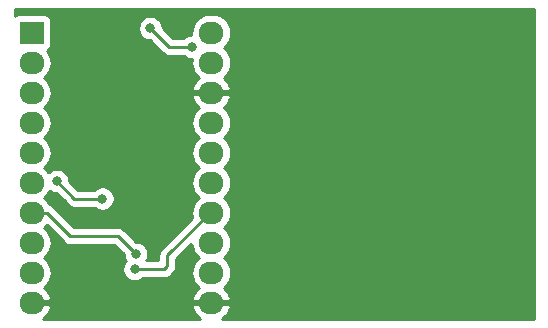
<source format=gbr>
G04 #@! TF.GenerationSoftware,KiCad,Pcbnew,(5.1.5)-3*
G04 #@! TF.CreationDate,2020-05-14T10:30:24-04:00*
G04 #@! TF.ProjectId,ble_mvp_1A-rev2,626c655f-6d76-4705-9f31-412d72657632,rev?*
G04 #@! TF.SameCoordinates,Original*
G04 #@! TF.FileFunction,Copper,L2,Bot*
G04 #@! TF.FilePolarity,Positive*
%FSLAX46Y46*%
G04 Gerber Fmt 4.6, Leading zero omitted, Abs format (unit mm)*
G04 Created by KiCad (PCBNEW (5.1.5)-3) date 2020-05-14 10:30:24*
%MOMM*%
%LPD*%
G04 APERTURE LIST*
%ADD10R,2.100000X1.900000*%
%ADD11O,2.100000X1.900000*%
%ADD12C,0.800000*%
%ADD13C,0.250000*%
%ADD14C,0.254000*%
G04 APERTURE END LIST*
D10*
X126796800Y-79133700D03*
D11*
X142006800Y-79133700D03*
X126796800Y-81673700D03*
X142006800Y-81673700D03*
X126796800Y-84213700D03*
X142006800Y-84213700D03*
X126796800Y-86753700D03*
X142006800Y-86753700D03*
X126796800Y-89293700D03*
X142006800Y-89293700D03*
X126796800Y-91833700D03*
X142006800Y-91833700D03*
X126796800Y-94373700D03*
X142006800Y-94373700D03*
X126796800Y-96913700D03*
X142006800Y-96913700D03*
X126796800Y-99453700D03*
X142006800Y-99453700D03*
X126796800Y-101993700D03*
X142006800Y-101993700D03*
D12*
X161269680Y-90561160D03*
X151394160Y-90490040D03*
X137513700Y-85249900D03*
X131927600Y-80151480D03*
X129438400Y-93557600D03*
X135001000Y-89372440D03*
X129519680Y-77718920D03*
X148239480Y-83728560D03*
X168843960Y-95214440D03*
X166608760Y-86375240D03*
X140345160Y-80319880D03*
X136850120Y-78740000D03*
X135519160Y-99151440D03*
X135625840Y-97856040D03*
X132804462Y-93180121D03*
X128935480Y-91698320D03*
D13*
X140345160Y-80319880D02*
X138430000Y-80319880D01*
X138430000Y-80319880D02*
X136850120Y-78740000D01*
X138303000Y-98887280D02*
X138038840Y-99151440D01*
X138303000Y-97977500D02*
X138303000Y-98887280D01*
X142006800Y-94373700D02*
X141906800Y-94373700D01*
X138038840Y-99151440D02*
X135519160Y-99151440D01*
X141906800Y-94373700D02*
X138303000Y-97977500D01*
X130080540Y-96357440D02*
X128096800Y-94373700D01*
X135625840Y-97856040D02*
X134127240Y-96357440D01*
X128096800Y-94373700D02*
X126796800Y-94373700D01*
X134127240Y-96357440D02*
X130080540Y-96357440D01*
X130417281Y-93180121D02*
X132804462Y-93180121D01*
X128935480Y-91698320D02*
X130417281Y-93180121D01*
D14*
G36*
X169340001Y-103340000D02*
G01*
X142937872Y-103340000D01*
X142957417Y-103330105D01*
X143201792Y-103138479D01*
X143404087Y-102902860D01*
X143556528Y-102632303D01*
X143647386Y-102366288D01*
X143527384Y-102120700D01*
X142133800Y-102120700D01*
X142133800Y-102140700D01*
X141879800Y-102140700D01*
X141879800Y-102120700D01*
X140486216Y-102120700D01*
X140366214Y-102366288D01*
X140457072Y-102632303D01*
X140609513Y-102902860D01*
X140811808Y-103138479D01*
X141056183Y-103330105D01*
X141075728Y-103340000D01*
X127727872Y-103340000D01*
X127747417Y-103330105D01*
X127991792Y-103138479D01*
X128194087Y-102902860D01*
X128346528Y-102632303D01*
X128437386Y-102366288D01*
X128317384Y-102120700D01*
X126923800Y-102120700D01*
X126923800Y-102140700D01*
X126669800Y-102140700D01*
X126669800Y-102120700D01*
X126649800Y-102120700D01*
X126649800Y-101866700D01*
X126669800Y-101866700D01*
X126669800Y-101846700D01*
X126923800Y-101846700D01*
X126923800Y-101866700D01*
X128317384Y-101866700D01*
X128437386Y-101621112D01*
X128346528Y-101355097D01*
X128194087Y-101084540D01*
X127991792Y-100848921D01*
X127840104Y-100729975D01*
X128022987Y-100579887D01*
X128221056Y-100338539D01*
X128368234Y-100063188D01*
X128458866Y-99764414D01*
X128489469Y-99453700D01*
X128458866Y-99142986D01*
X128368234Y-98844212D01*
X128221056Y-98568861D01*
X128022987Y-98327513D01*
X127847750Y-98183700D01*
X128022987Y-98039887D01*
X128221056Y-97798539D01*
X128368234Y-97523188D01*
X128458866Y-97224414D01*
X128489469Y-96913700D01*
X128458866Y-96602986D01*
X128368234Y-96304212D01*
X128221056Y-96028861D01*
X128022987Y-95787513D01*
X127847750Y-95643700D01*
X128022987Y-95499887D01*
X128079421Y-95431122D01*
X129516740Y-96868442D01*
X129540539Y-96897441D01*
X129569537Y-96921239D01*
X129656263Y-96992414D01*
X129788293Y-97062986D01*
X129931554Y-97106443D01*
X130043207Y-97117440D01*
X130043217Y-97117440D01*
X130080539Y-97121116D01*
X130117862Y-97117440D01*
X133812439Y-97117440D01*
X134590840Y-97895842D01*
X134590840Y-97957979D01*
X134630614Y-98157938D01*
X134708635Y-98346296D01*
X134769501Y-98437388D01*
X134715223Y-98491666D01*
X134601955Y-98661184D01*
X134523934Y-98849542D01*
X134484160Y-99049501D01*
X134484160Y-99253379D01*
X134523934Y-99453338D01*
X134601955Y-99641696D01*
X134715223Y-99811214D01*
X134859386Y-99955377D01*
X135028904Y-100068645D01*
X135217262Y-100146666D01*
X135417221Y-100186440D01*
X135621099Y-100186440D01*
X135821058Y-100146666D01*
X136009416Y-100068645D01*
X136178934Y-99955377D01*
X136222871Y-99911440D01*
X138001518Y-99911440D01*
X138038840Y-99915116D01*
X138076162Y-99911440D01*
X138076173Y-99911440D01*
X138187826Y-99900443D01*
X138331087Y-99856986D01*
X138463116Y-99786414D01*
X138578841Y-99691441D01*
X138602644Y-99662437D01*
X138813997Y-99451084D01*
X138843001Y-99427281D01*
X138937974Y-99311556D01*
X139008546Y-99179527D01*
X139052003Y-99036266D01*
X139063000Y-98924613D01*
X139063000Y-98924605D01*
X139066676Y-98887280D01*
X139063000Y-98849955D01*
X139063000Y-98292301D01*
X140325560Y-97029741D01*
X140344734Y-97224414D01*
X140435366Y-97523188D01*
X140582544Y-97798539D01*
X140780613Y-98039887D01*
X140955850Y-98183700D01*
X140780613Y-98327513D01*
X140582544Y-98568861D01*
X140435366Y-98844212D01*
X140344734Y-99142986D01*
X140314131Y-99453700D01*
X140344734Y-99764414D01*
X140435366Y-100063188D01*
X140582544Y-100338539D01*
X140780613Y-100579887D01*
X140963496Y-100729975D01*
X140811808Y-100848921D01*
X140609513Y-101084540D01*
X140457072Y-101355097D01*
X140366214Y-101621112D01*
X140486216Y-101866700D01*
X141879800Y-101866700D01*
X141879800Y-101846700D01*
X142133800Y-101846700D01*
X142133800Y-101866700D01*
X143527384Y-101866700D01*
X143647386Y-101621112D01*
X143556528Y-101355097D01*
X143404087Y-101084540D01*
X143201792Y-100848921D01*
X143050104Y-100729975D01*
X143232987Y-100579887D01*
X143431056Y-100338539D01*
X143578234Y-100063188D01*
X143668866Y-99764414D01*
X143699469Y-99453700D01*
X143668866Y-99142986D01*
X143578234Y-98844212D01*
X143431056Y-98568861D01*
X143232987Y-98327513D01*
X143057750Y-98183700D01*
X143232987Y-98039887D01*
X143431056Y-97798539D01*
X143578234Y-97523188D01*
X143668866Y-97224414D01*
X143699469Y-96913700D01*
X143668866Y-96602986D01*
X143578234Y-96304212D01*
X143431056Y-96028861D01*
X143232987Y-95787513D01*
X143057750Y-95643700D01*
X143232987Y-95499887D01*
X143431056Y-95258539D01*
X143578234Y-94983188D01*
X143668866Y-94684414D01*
X143699469Y-94373700D01*
X143668866Y-94062986D01*
X143578234Y-93764212D01*
X143431056Y-93488861D01*
X143232987Y-93247513D01*
X143057750Y-93103700D01*
X143232987Y-92959887D01*
X143431056Y-92718539D01*
X143578234Y-92443188D01*
X143668866Y-92144414D01*
X143699469Y-91833700D01*
X143668866Y-91522986D01*
X143578234Y-91224212D01*
X143431056Y-90948861D01*
X143232987Y-90707513D01*
X143057750Y-90563700D01*
X143232987Y-90419887D01*
X143431056Y-90178539D01*
X143578234Y-89903188D01*
X143668866Y-89604414D01*
X143699469Y-89293700D01*
X143668866Y-88982986D01*
X143578234Y-88684212D01*
X143431056Y-88408861D01*
X143232987Y-88167513D01*
X143057750Y-88023700D01*
X143232987Y-87879887D01*
X143431056Y-87638539D01*
X143578234Y-87363188D01*
X143668866Y-87064414D01*
X143699469Y-86753700D01*
X143668866Y-86442986D01*
X143578234Y-86144212D01*
X143431056Y-85868861D01*
X143232987Y-85627513D01*
X143050104Y-85477425D01*
X143201792Y-85358479D01*
X143404087Y-85122860D01*
X143556528Y-84852303D01*
X143647386Y-84586288D01*
X143527384Y-84340700D01*
X142133800Y-84340700D01*
X142133800Y-84360700D01*
X141879800Y-84360700D01*
X141879800Y-84340700D01*
X140486216Y-84340700D01*
X140366214Y-84586288D01*
X140457072Y-84852303D01*
X140609513Y-85122860D01*
X140811808Y-85358479D01*
X140963496Y-85477425D01*
X140780613Y-85627513D01*
X140582544Y-85868861D01*
X140435366Y-86144212D01*
X140344734Y-86442986D01*
X140314131Y-86753700D01*
X140344734Y-87064414D01*
X140435366Y-87363188D01*
X140582544Y-87638539D01*
X140780613Y-87879887D01*
X140955850Y-88023700D01*
X140780613Y-88167513D01*
X140582544Y-88408861D01*
X140435366Y-88684212D01*
X140344734Y-88982986D01*
X140314131Y-89293700D01*
X140344734Y-89604414D01*
X140435366Y-89903188D01*
X140582544Y-90178539D01*
X140780613Y-90419887D01*
X140955850Y-90563700D01*
X140780613Y-90707513D01*
X140582544Y-90948861D01*
X140435366Y-91224212D01*
X140344734Y-91522986D01*
X140314131Y-91833700D01*
X140344734Y-92144414D01*
X140435366Y-92443188D01*
X140582544Y-92718539D01*
X140780613Y-92959887D01*
X140955850Y-93103700D01*
X140780613Y-93247513D01*
X140582544Y-93488861D01*
X140435366Y-93764212D01*
X140344734Y-94062986D01*
X140314131Y-94373700D01*
X140344734Y-94684414D01*
X140385825Y-94819873D01*
X137792003Y-97413696D01*
X137762999Y-97437499D01*
X137707871Y-97504674D01*
X137668026Y-97553224D01*
X137662377Y-97563793D01*
X137597454Y-97685254D01*
X137553997Y-97828515D01*
X137543000Y-97940168D01*
X137543000Y-97940178D01*
X137539324Y-97977500D01*
X137543000Y-98014822D01*
X137543000Y-98391440D01*
X136512881Y-98391440D01*
X136543045Y-98346296D01*
X136621066Y-98157938D01*
X136660840Y-97957979D01*
X136660840Y-97754101D01*
X136621066Y-97554142D01*
X136543045Y-97365784D01*
X136429777Y-97196266D01*
X136285614Y-97052103D01*
X136116096Y-96938835D01*
X135927738Y-96860814D01*
X135727779Y-96821040D01*
X135665642Y-96821040D01*
X134691043Y-95846442D01*
X134667241Y-95817439D01*
X134551516Y-95722466D01*
X134419487Y-95651894D01*
X134276226Y-95608437D01*
X134164573Y-95597440D01*
X134164562Y-95597440D01*
X134127240Y-95593764D01*
X134089918Y-95597440D01*
X130395342Y-95597440D01*
X128660604Y-93862703D01*
X128636801Y-93833699D01*
X128521076Y-93738726D01*
X128389047Y-93668154D01*
X128302926Y-93642030D01*
X128221056Y-93488861D01*
X128022987Y-93247513D01*
X127847750Y-93103700D01*
X128022987Y-92959887D01*
X128221056Y-92718539D01*
X128320620Y-92532268D01*
X128445224Y-92615525D01*
X128633582Y-92693546D01*
X128833541Y-92733320D01*
X128895679Y-92733320D01*
X129853482Y-93691124D01*
X129877280Y-93720122D01*
X129906278Y-93743920D01*
X129993004Y-93815095D01*
X130125034Y-93885667D01*
X130268295Y-93929124D01*
X130379948Y-93940121D01*
X130379957Y-93940121D01*
X130417280Y-93943797D01*
X130454603Y-93940121D01*
X132100751Y-93940121D01*
X132144688Y-93984058D01*
X132314206Y-94097326D01*
X132502564Y-94175347D01*
X132702523Y-94215121D01*
X132906401Y-94215121D01*
X133106360Y-94175347D01*
X133294718Y-94097326D01*
X133464236Y-93984058D01*
X133608399Y-93839895D01*
X133721667Y-93670377D01*
X133799688Y-93482019D01*
X133839462Y-93282060D01*
X133839462Y-93078182D01*
X133799688Y-92878223D01*
X133721667Y-92689865D01*
X133608399Y-92520347D01*
X133464236Y-92376184D01*
X133294718Y-92262916D01*
X133106360Y-92184895D01*
X132906401Y-92145121D01*
X132702523Y-92145121D01*
X132502564Y-92184895D01*
X132314206Y-92262916D01*
X132144688Y-92376184D01*
X132100751Y-92420121D01*
X130732083Y-92420121D01*
X129970480Y-91658519D01*
X129970480Y-91596381D01*
X129930706Y-91396422D01*
X129852685Y-91208064D01*
X129739417Y-91038546D01*
X129595254Y-90894383D01*
X129425736Y-90781115D01*
X129237378Y-90703094D01*
X129037419Y-90663320D01*
X128833541Y-90663320D01*
X128633582Y-90703094D01*
X128445224Y-90781115D01*
X128275706Y-90894383D01*
X128221116Y-90948973D01*
X128221056Y-90948861D01*
X128022987Y-90707513D01*
X127847750Y-90563700D01*
X128022987Y-90419887D01*
X128221056Y-90178539D01*
X128368234Y-89903188D01*
X128458866Y-89604414D01*
X128489469Y-89293700D01*
X128458866Y-88982986D01*
X128368234Y-88684212D01*
X128221056Y-88408861D01*
X128022987Y-88167513D01*
X127847750Y-88023700D01*
X128022987Y-87879887D01*
X128221056Y-87638539D01*
X128368234Y-87363188D01*
X128458866Y-87064414D01*
X128489469Y-86753700D01*
X128458866Y-86442986D01*
X128368234Y-86144212D01*
X128221056Y-85868861D01*
X128022987Y-85627513D01*
X127847750Y-85483700D01*
X128022987Y-85339887D01*
X128221056Y-85098539D01*
X128368234Y-84823188D01*
X128458866Y-84524414D01*
X128489469Y-84213700D01*
X128458866Y-83902986D01*
X128368234Y-83604212D01*
X128221056Y-83328861D01*
X128022987Y-83087513D01*
X127847750Y-82943700D01*
X128022987Y-82799887D01*
X128221056Y-82558539D01*
X128368234Y-82283188D01*
X128458866Y-81984414D01*
X128489469Y-81673700D01*
X128458866Y-81362986D01*
X128368234Y-81064212D01*
X128221056Y-80788861D01*
X128115417Y-80660140D01*
X128201294Y-80614237D01*
X128297985Y-80534885D01*
X128377337Y-80438194D01*
X128436302Y-80327880D01*
X128472612Y-80208182D01*
X128484872Y-80083700D01*
X128484872Y-78638061D01*
X135815120Y-78638061D01*
X135815120Y-78841939D01*
X135854894Y-79041898D01*
X135932915Y-79230256D01*
X136046183Y-79399774D01*
X136190346Y-79543937D01*
X136359864Y-79657205D01*
X136548222Y-79735226D01*
X136748181Y-79775000D01*
X136810319Y-79775000D01*
X137866201Y-80830883D01*
X137889999Y-80859881D01*
X138005724Y-80954854D01*
X138137753Y-81025426D01*
X138281014Y-81068883D01*
X138392667Y-81079880D01*
X138392675Y-81079880D01*
X138430000Y-81083556D01*
X138467325Y-81079880D01*
X139641449Y-81079880D01*
X139685386Y-81123817D01*
X139854904Y-81237085D01*
X140043262Y-81315106D01*
X140243221Y-81354880D01*
X140347193Y-81354880D01*
X140344734Y-81362986D01*
X140314131Y-81673700D01*
X140344734Y-81984414D01*
X140435366Y-82283188D01*
X140582544Y-82558539D01*
X140780613Y-82799887D01*
X140963496Y-82949975D01*
X140811808Y-83068921D01*
X140609513Y-83304540D01*
X140457072Y-83575097D01*
X140366214Y-83841112D01*
X140486216Y-84086700D01*
X141879800Y-84086700D01*
X141879800Y-84066700D01*
X142133800Y-84066700D01*
X142133800Y-84086700D01*
X143527384Y-84086700D01*
X143647386Y-83841112D01*
X143556528Y-83575097D01*
X143404087Y-83304540D01*
X143201792Y-83068921D01*
X143050104Y-82949975D01*
X143232987Y-82799887D01*
X143431056Y-82558539D01*
X143578234Y-82283188D01*
X143668866Y-81984414D01*
X143699469Y-81673700D01*
X143668866Y-81362986D01*
X143578234Y-81064212D01*
X143431056Y-80788861D01*
X143232987Y-80547513D01*
X143057750Y-80403700D01*
X143232987Y-80259887D01*
X143431056Y-80018539D01*
X143578234Y-79743188D01*
X143668866Y-79444414D01*
X143699469Y-79133700D01*
X143668866Y-78822986D01*
X143578234Y-78524212D01*
X143431056Y-78248861D01*
X143232987Y-78007513D01*
X142991639Y-77809444D01*
X142716288Y-77662266D01*
X142417514Y-77571634D01*
X142184664Y-77548700D01*
X141828936Y-77548700D01*
X141596086Y-77571634D01*
X141297312Y-77662266D01*
X141021961Y-77809444D01*
X140780613Y-78007513D01*
X140582544Y-78248861D01*
X140435366Y-78524212D01*
X140344734Y-78822986D01*
X140314131Y-79133700D01*
X140329021Y-79284880D01*
X140243221Y-79284880D01*
X140043262Y-79324654D01*
X139854904Y-79402675D01*
X139685386Y-79515943D01*
X139641449Y-79559880D01*
X138744802Y-79559880D01*
X137885120Y-78700199D01*
X137885120Y-78638061D01*
X137845346Y-78438102D01*
X137767325Y-78249744D01*
X137654057Y-78080226D01*
X137509894Y-77936063D01*
X137340376Y-77822795D01*
X137152018Y-77744774D01*
X136952059Y-77705000D01*
X136748181Y-77705000D01*
X136548222Y-77744774D01*
X136359864Y-77822795D01*
X136190346Y-77936063D01*
X136046183Y-78080226D01*
X135932915Y-78249744D01*
X135854894Y-78438102D01*
X135815120Y-78638061D01*
X128484872Y-78638061D01*
X128484872Y-78183700D01*
X128472612Y-78059218D01*
X128436302Y-77939520D01*
X128377337Y-77829206D01*
X128297985Y-77732515D01*
X128201294Y-77653163D01*
X128090980Y-77594198D01*
X127971282Y-77557888D01*
X127846800Y-77545628D01*
X125746800Y-77545628D01*
X125622318Y-77557888D01*
X125502620Y-77594198D01*
X125392306Y-77653163D01*
X125360000Y-77679676D01*
X125360000Y-77160000D01*
X169340000Y-77160000D01*
X169340001Y-103340000D01*
G37*
X169340001Y-103340000D02*
X142937872Y-103340000D01*
X142957417Y-103330105D01*
X143201792Y-103138479D01*
X143404087Y-102902860D01*
X143556528Y-102632303D01*
X143647386Y-102366288D01*
X143527384Y-102120700D01*
X142133800Y-102120700D01*
X142133800Y-102140700D01*
X141879800Y-102140700D01*
X141879800Y-102120700D01*
X140486216Y-102120700D01*
X140366214Y-102366288D01*
X140457072Y-102632303D01*
X140609513Y-102902860D01*
X140811808Y-103138479D01*
X141056183Y-103330105D01*
X141075728Y-103340000D01*
X127727872Y-103340000D01*
X127747417Y-103330105D01*
X127991792Y-103138479D01*
X128194087Y-102902860D01*
X128346528Y-102632303D01*
X128437386Y-102366288D01*
X128317384Y-102120700D01*
X126923800Y-102120700D01*
X126923800Y-102140700D01*
X126669800Y-102140700D01*
X126669800Y-102120700D01*
X126649800Y-102120700D01*
X126649800Y-101866700D01*
X126669800Y-101866700D01*
X126669800Y-101846700D01*
X126923800Y-101846700D01*
X126923800Y-101866700D01*
X128317384Y-101866700D01*
X128437386Y-101621112D01*
X128346528Y-101355097D01*
X128194087Y-101084540D01*
X127991792Y-100848921D01*
X127840104Y-100729975D01*
X128022987Y-100579887D01*
X128221056Y-100338539D01*
X128368234Y-100063188D01*
X128458866Y-99764414D01*
X128489469Y-99453700D01*
X128458866Y-99142986D01*
X128368234Y-98844212D01*
X128221056Y-98568861D01*
X128022987Y-98327513D01*
X127847750Y-98183700D01*
X128022987Y-98039887D01*
X128221056Y-97798539D01*
X128368234Y-97523188D01*
X128458866Y-97224414D01*
X128489469Y-96913700D01*
X128458866Y-96602986D01*
X128368234Y-96304212D01*
X128221056Y-96028861D01*
X128022987Y-95787513D01*
X127847750Y-95643700D01*
X128022987Y-95499887D01*
X128079421Y-95431122D01*
X129516740Y-96868442D01*
X129540539Y-96897441D01*
X129569537Y-96921239D01*
X129656263Y-96992414D01*
X129788293Y-97062986D01*
X129931554Y-97106443D01*
X130043207Y-97117440D01*
X130043217Y-97117440D01*
X130080539Y-97121116D01*
X130117862Y-97117440D01*
X133812439Y-97117440D01*
X134590840Y-97895842D01*
X134590840Y-97957979D01*
X134630614Y-98157938D01*
X134708635Y-98346296D01*
X134769501Y-98437388D01*
X134715223Y-98491666D01*
X134601955Y-98661184D01*
X134523934Y-98849542D01*
X134484160Y-99049501D01*
X134484160Y-99253379D01*
X134523934Y-99453338D01*
X134601955Y-99641696D01*
X134715223Y-99811214D01*
X134859386Y-99955377D01*
X135028904Y-100068645D01*
X135217262Y-100146666D01*
X135417221Y-100186440D01*
X135621099Y-100186440D01*
X135821058Y-100146666D01*
X136009416Y-100068645D01*
X136178934Y-99955377D01*
X136222871Y-99911440D01*
X138001518Y-99911440D01*
X138038840Y-99915116D01*
X138076162Y-99911440D01*
X138076173Y-99911440D01*
X138187826Y-99900443D01*
X138331087Y-99856986D01*
X138463116Y-99786414D01*
X138578841Y-99691441D01*
X138602644Y-99662437D01*
X138813997Y-99451084D01*
X138843001Y-99427281D01*
X138937974Y-99311556D01*
X139008546Y-99179527D01*
X139052003Y-99036266D01*
X139063000Y-98924613D01*
X139063000Y-98924605D01*
X139066676Y-98887280D01*
X139063000Y-98849955D01*
X139063000Y-98292301D01*
X140325560Y-97029741D01*
X140344734Y-97224414D01*
X140435366Y-97523188D01*
X140582544Y-97798539D01*
X140780613Y-98039887D01*
X140955850Y-98183700D01*
X140780613Y-98327513D01*
X140582544Y-98568861D01*
X140435366Y-98844212D01*
X140344734Y-99142986D01*
X140314131Y-99453700D01*
X140344734Y-99764414D01*
X140435366Y-100063188D01*
X140582544Y-100338539D01*
X140780613Y-100579887D01*
X140963496Y-100729975D01*
X140811808Y-100848921D01*
X140609513Y-101084540D01*
X140457072Y-101355097D01*
X140366214Y-101621112D01*
X140486216Y-101866700D01*
X141879800Y-101866700D01*
X141879800Y-101846700D01*
X142133800Y-101846700D01*
X142133800Y-101866700D01*
X143527384Y-101866700D01*
X143647386Y-101621112D01*
X143556528Y-101355097D01*
X143404087Y-101084540D01*
X143201792Y-100848921D01*
X143050104Y-100729975D01*
X143232987Y-100579887D01*
X143431056Y-100338539D01*
X143578234Y-100063188D01*
X143668866Y-99764414D01*
X143699469Y-99453700D01*
X143668866Y-99142986D01*
X143578234Y-98844212D01*
X143431056Y-98568861D01*
X143232987Y-98327513D01*
X143057750Y-98183700D01*
X143232987Y-98039887D01*
X143431056Y-97798539D01*
X143578234Y-97523188D01*
X143668866Y-97224414D01*
X143699469Y-96913700D01*
X143668866Y-96602986D01*
X143578234Y-96304212D01*
X143431056Y-96028861D01*
X143232987Y-95787513D01*
X143057750Y-95643700D01*
X143232987Y-95499887D01*
X143431056Y-95258539D01*
X143578234Y-94983188D01*
X143668866Y-94684414D01*
X143699469Y-94373700D01*
X143668866Y-94062986D01*
X143578234Y-93764212D01*
X143431056Y-93488861D01*
X143232987Y-93247513D01*
X143057750Y-93103700D01*
X143232987Y-92959887D01*
X143431056Y-92718539D01*
X143578234Y-92443188D01*
X143668866Y-92144414D01*
X143699469Y-91833700D01*
X143668866Y-91522986D01*
X143578234Y-91224212D01*
X143431056Y-90948861D01*
X143232987Y-90707513D01*
X143057750Y-90563700D01*
X143232987Y-90419887D01*
X143431056Y-90178539D01*
X143578234Y-89903188D01*
X143668866Y-89604414D01*
X143699469Y-89293700D01*
X143668866Y-88982986D01*
X143578234Y-88684212D01*
X143431056Y-88408861D01*
X143232987Y-88167513D01*
X143057750Y-88023700D01*
X143232987Y-87879887D01*
X143431056Y-87638539D01*
X143578234Y-87363188D01*
X143668866Y-87064414D01*
X143699469Y-86753700D01*
X143668866Y-86442986D01*
X143578234Y-86144212D01*
X143431056Y-85868861D01*
X143232987Y-85627513D01*
X143050104Y-85477425D01*
X143201792Y-85358479D01*
X143404087Y-85122860D01*
X143556528Y-84852303D01*
X143647386Y-84586288D01*
X143527384Y-84340700D01*
X142133800Y-84340700D01*
X142133800Y-84360700D01*
X141879800Y-84360700D01*
X141879800Y-84340700D01*
X140486216Y-84340700D01*
X140366214Y-84586288D01*
X140457072Y-84852303D01*
X140609513Y-85122860D01*
X140811808Y-85358479D01*
X140963496Y-85477425D01*
X140780613Y-85627513D01*
X140582544Y-85868861D01*
X140435366Y-86144212D01*
X140344734Y-86442986D01*
X140314131Y-86753700D01*
X140344734Y-87064414D01*
X140435366Y-87363188D01*
X140582544Y-87638539D01*
X140780613Y-87879887D01*
X140955850Y-88023700D01*
X140780613Y-88167513D01*
X140582544Y-88408861D01*
X140435366Y-88684212D01*
X140344734Y-88982986D01*
X140314131Y-89293700D01*
X140344734Y-89604414D01*
X140435366Y-89903188D01*
X140582544Y-90178539D01*
X140780613Y-90419887D01*
X140955850Y-90563700D01*
X140780613Y-90707513D01*
X140582544Y-90948861D01*
X140435366Y-91224212D01*
X140344734Y-91522986D01*
X140314131Y-91833700D01*
X140344734Y-92144414D01*
X140435366Y-92443188D01*
X140582544Y-92718539D01*
X140780613Y-92959887D01*
X140955850Y-93103700D01*
X140780613Y-93247513D01*
X140582544Y-93488861D01*
X140435366Y-93764212D01*
X140344734Y-94062986D01*
X140314131Y-94373700D01*
X140344734Y-94684414D01*
X140385825Y-94819873D01*
X137792003Y-97413696D01*
X137762999Y-97437499D01*
X137707871Y-97504674D01*
X137668026Y-97553224D01*
X137662377Y-97563793D01*
X137597454Y-97685254D01*
X137553997Y-97828515D01*
X137543000Y-97940168D01*
X137543000Y-97940178D01*
X137539324Y-97977500D01*
X137543000Y-98014822D01*
X137543000Y-98391440D01*
X136512881Y-98391440D01*
X136543045Y-98346296D01*
X136621066Y-98157938D01*
X136660840Y-97957979D01*
X136660840Y-97754101D01*
X136621066Y-97554142D01*
X136543045Y-97365784D01*
X136429777Y-97196266D01*
X136285614Y-97052103D01*
X136116096Y-96938835D01*
X135927738Y-96860814D01*
X135727779Y-96821040D01*
X135665642Y-96821040D01*
X134691043Y-95846442D01*
X134667241Y-95817439D01*
X134551516Y-95722466D01*
X134419487Y-95651894D01*
X134276226Y-95608437D01*
X134164573Y-95597440D01*
X134164562Y-95597440D01*
X134127240Y-95593764D01*
X134089918Y-95597440D01*
X130395342Y-95597440D01*
X128660604Y-93862703D01*
X128636801Y-93833699D01*
X128521076Y-93738726D01*
X128389047Y-93668154D01*
X128302926Y-93642030D01*
X128221056Y-93488861D01*
X128022987Y-93247513D01*
X127847750Y-93103700D01*
X128022987Y-92959887D01*
X128221056Y-92718539D01*
X128320620Y-92532268D01*
X128445224Y-92615525D01*
X128633582Y-92693546D01*
X128833541Y-92733320D01*
X128895679Y-92733320D01*
X129853482Y-93691124D01*
X129877280Y-93720122D01*
X129906278Y-93743920D01*
X129993004Y-93815095D01*
X130125034Y-93885667D01*
X130268295Y-93929124D01*
X130379948Y-93940121D01*
X130379957Y-93940121D01*
X130417280Y-93943797D01*
X130454603Y-93940121D01*
X132100751Y-93940121D01*
X132144688Y-93984058D01*
X132314206Y-94097326D01*
X132502564Y-94175347D01*
X132702523Y-94215121D01*
X132906401Y-94215121D01*
X133106360Y-94175347D01*
X133294718Y-94097326D01*
X133464236Y-93984058D01*
X133608399Y-93839895D01*
X133721667Y-93670377D01*
X133799688Y-93482019D01*
X133839462Y-93282060D01*
X133839462Y-93078182D01*
X133799688Y-92878223D01*
X133721667Y-92689865D01*
X133608399Y-92520347D01*
X133464236Y-92376184D01*
X133294718Y-92262916D01*
X133106360Y-92184895D01*
X132906401Y-92145121D01*
X132702523Y-92145121D01*
X132502564Y-92184895D01*
X132314206Y-92262916D01*
X132144688Y-92376184D01*
X132100751Y-92420121D01*
X130732083Y-92420121D01*
X129970480Y-91658519D01*
X129970480Y-91596381D01*
X129930706Y-91396422D01*
X129852685Y-91208064D01*
X129739417Y-91038546D01*
X129595254Y-90894383D01*
X129425736Y-90781115D01*
X129237378Y-90703094D01*
X129037419Y-90663320D01*
X128833541Y-90663320D01*
X128633582Y-90703094D01*
X128445224Y-90781115D01*
X128275706Y-90894383D01*
X128221116Y-90948973D01*
X128221056Y-90948861D01*
X128022987Y-90707513D01*
X127847750Y-90563700D01*
X128022987Y-90419887D01*
X128221056Y-90178539D01*
X128368234Y-89903188D01*
X128458866Y-89604414D01*
X128489469Y-89293700D01*
X128458866Y-88982986D01*
X128368234Y-88684212D01*
X128221056Y-88408861D01*
X128022987Y-88167513D01*
X127847750Y-88023700D01*
X128022987Y-87879887D01*
X128221056Y-87638539D01*
X128368234Y-87363188D01*
X128458866Y-87064414D01*
X128489469Y-86753700D01*
X128458866Y-86442986D01*
X128368234Y-86144212D01*
X128221056Y-85868861D01*
X128022987Y-85627513D01*
X127847750Y-85483700D01*
X128022987Y-85339887D01*
X128221056Y-85098539D01*
X128368234Y-84823188D01*
X128458866Y-84524414D01*
X128489469Y-84213700D01*
X128458866Y-83902986D01*
X128368234Y-83604212D01*
X128221056Y-83328861D01*
X128022987Y-83087513D01*
X127847750Y-82943700D01*
X128022987Y-82799887D01*
X128221056Y-82558539D01*
X128368234Y-82283188D01*
X128458866Y-81984414D01*
X128489469Y-81673700D01*
X128458866Y-81362986D01*
X128368234Y-81064212D01*
X128221056Y-80788861D01*
X128115417Y-80660140D01*
X128201294Y-80614237D01*
X128297985Y-80534885D01*
X128377337Y-80438194D01*
X128436302Y-80327880D01*
X128472612Y-80208182D01*
X128484872Y-80083700D01*
X128484872Y-78638061D01*
X135815120Y-78638061D01*
X135815120Y-78841939D01*
X135854894Y-79041898D01*
X135932915Y-79230256D01*
X136046183Y-79399774D01*
X136190346Y-79543937D01*
X136359864Y-79657205D01*
X136548222Y-79735226D01*
X136748181Y-79775000D01*
X136810319Y-79775000D01*
X137866201Y-80830883D01*
X137889999Y-80859881D01*
X138005724Y-80954854D01*
X138137753Y-81025426D01*
X138281014Y-81068883D01*
X138392667Y-81079880D01*
X138392675Y-81079880D01*
X138430000Y-81083556D01*
X138467325Y-81079880D01*
X139641449Y-81079880D01*
X139685386Y-81123817D01*
X139854904Y-81237085D01*
X140043262Y-81315106D01*
X140243221Y-81354880D01*
X140347193Y-81354880D01*
X140344734Y-81362986D01*
X140314131Y-81673700D01*
X140344734Y-81984414D01*
X140435366Y-82283188D01*
X140582544Y-82558539D01*
X140780613Y-82799887D01*
X140963496Y-82949975D01*
X140811808Y-83068921D01*
X140609513Y-83304540D01*
X140457072Y-83575097D01*
X140366214Y-83841112D01*
X140486216Y-84086700D01*
X141879800Y-84086700D01*
X141879800Y-84066700D01*
X142133800Y-84066700D01*
X142133800Y-84086700D01*
X143527384Y-84086700D01*
X143647386Y-83841112D01*
X143556528Y-83575097D01*
X143404087Y-83304540D01*
X143201792Y-83068921D01*
X143050104Y-82949975D01*
X143232987Y-82799887D01*
X143431056Y-82558539D01*
X143578234Y-82283188D01*
X143668866Y-81984414D01*
X143699469Y-81673700D01*
X143668866Y-81362986D01*
X143578234Y-81064212D01*
X143431056Y-80788861D01*
X143232987Y-80547513D01*
X143057750Y-80403700D01*
X143232987Y-80259887D01*
X143431056Y-80018539D01*
X143578234Y-79743188D01*
X143668866Y-79444414D01*
X143699469Y-79133700D01*
X143668866Y-78822986D01*
X143578234Y-78524212D01*
X143431056Y-78248861D01*
X143232987Y-78007513D01*
X142991639Y-77809444D01*
X142716288Y-77662266D01*
X142417514Y-77571634D01*
X142184664Y-77548700D01*
X141828936Y-77548700D01*
X141596086Y-77571634D01*
X141297312Y-77662266D01*
X141021961Y-77809444D01*
X140780613Y-78007513D01*
X140582544Y-78248861D01*
X140435366Y-78524212D01*
X140344734Y-78822986D01*
X140314131Y-79133700D01*
X140329021Y-79284880D01*
X140243221Y-79284880D01*
X140043262Y-79324654D01*
X139854904Y-79402675D01*
X139685386Y-79515943D01*
X139641449Y-79559880D01*
X138744802Y-79559880D01*
X137885120Y-78700199D01*
X137885120Y-78638061D01*
X137845346Y-78438102D01*
X137767325Y-78249744D01*
X137654057Y-78080226D01*
X137509894Y-77936063D01*
X137340376Y-77822795D01*
X137152018Y-77744774D01*
X136952059Y-77705000D01*
X136748181Y-77705000D01*
X136548222Y-77744774D01*
X136359864Y-77822795D01*
X136190346Y-77936063D01*
X136046183Y-78080226D01*
X135932915Y-78249744D01*
X135854894Y-78438102D01*
X135815120Y-78638061D01*
X128484872Y-78638061D01*
X128484872Y-78183700D01*
X128472612Y-78059218D01*
X128436302Y-77939520D01*
X128377337Y-77829206D01*
X128297985Y-77732515D01*
X128201294Y-77653163D01*
X128090980Y-77594198D01*
X127971282Y-77557888D01*
X127846800Y-77545628D01*
X125746800Y-77545628D01*
X125622318Y-77557888D01*
X125502620Y-77594198D01*
X125392306Y-77653163D01*
X125360000Y-77679676D01*
X125360000Y-77160000D01*
X169340000Y-77160000D01*
X169340001Y-103340000D01*
M02*

</source>
